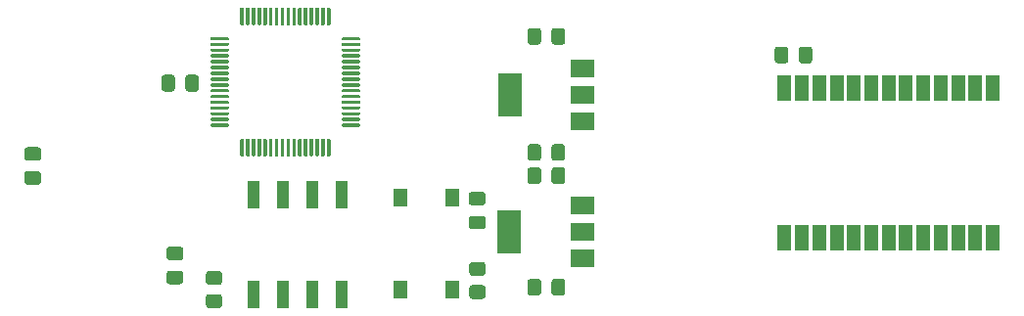
<source format=gbr>
G04 #@! TF.GenerationSoftware,KiCad,Pcbnew,5.1.9*
G04 #@! TF.CreationDate,2021-01-29T13:56:36+08:00*
G04 #@! TF.ProjectId,LaserSwitch-Slave,4c617365-7253-4776-9974-63682d536c61,rev?*
G04 #@! TF.SameCoordinates,Original*
G04 #@! TF.FileFunction,Paste,Top*
G04 #@! TF.FilePolarity,Positive*
%FSLAX46Y46*%
G04 Gerber Fmt 4.6, Leading zero omitted, Abs format (unit mm)*
G04 Created by KiCad (PCBNEW 5.1.9) date 2021-01-29 13:56:36*
%MOMM*%
%LPD*%
G01*
G04 APERTURE LIST*
%ADD10R,1.200000X2.200000*%
%ADD11R,2.000000X1.500000*%
%ADD12R,2.000000X3.800000*%
%ADD13R,1.120000X2.440000*%
%ADD14R,1.300000X1.550000*%
G04 APERTURE END LIST*
G04 #@! TO.C,C17*
G36*
G01*
X116070400Y-99774500D02*
X115120400Y-99774500D01*
G75*
G02*
X114870400Y-99524500I0J250000D01*
G01*
X114870400Y-98849500D01*
G75*
G02*
X115120400Y-98599500I250000J0D01*
G01*
X116070400Y-98599500D01*
G75*
G02*
X116320400Y-98849500I0J-250000D01*
G01*
X116320400Y-99524500D01*
G75*
G02*
X116070400Y-99774500I-250000J0D01*
G01*
G37*
G36*
G01*
X116070400Y-101849500D02*
X115120400Y-101849500D01*
G75*
G02*
X114870400Y-101599500I0J250000D01*
G01*
X114870400Y-100924500D01*
G75*
G02*
X115120400Y-100674500I250000J0D01*
G01*
X116070400Y-100674500D01*
G75*
G02*
X116320400Y-100924500I0J-250000D01*
G01*
X116320400Y-101599500D01*
G75*
G02*
X116070400Y-101849500I-250000J0D01*
G01*
G37*
G04 #@! TD*
G04 #@! TO.C,R5*
G36*
G01*
X130817199Y-111321800D02*
X131717201Y-111321800D01*
G75*
G02*
X131967200Y-111571799I0J-249999D01*
G01*
X131967200Y-112271801D01*
G75*
G02*
X131717201Y-112521800I-249999J0D01*
G01*
X130817199Y-112521800D01*
G75*
G02*
X130567200Y-112271801I0J249999D01*
G01*
X130567200Y-111571799D01*
G75*
G02*
X130817199Y-111321800I249999J0D01*
G01*
G37*
G36*
G01*
X130817199Y-109321800D02*
X131717201Y-109321800D01*
G75*
G02*
X131967200Y-109571799I0J-249999D01*
G01*
X131967200Y-110271801D01*
G75*
G02*
X131717201Y-110521800I-249999J0D01*
G01*
X130817199Y-110521800D01*
G75*
G02*
X130567200Y-110271801I0J249999D01*
G01*
X130567200Y-109571799D01*
G75*
G02*
X130817199Y-109321800I249999J0D01*
G01*
G37*
G04 #@! TD*
G04 #@! TO.C,U6*
G36*
G01*
X132464400Y-96864000D02*
X131064400Y-96864000D01*
G75*
G02*
X130989400Y-96789000I0J75000D01*
G01*
X130989400Y-96639000D01*
G75*
G02*
X131064400Y-96564000I75000J0D01*
G01*
X132464400Y-96564000D01*
G75*
G02*
X132539400Y-96639000I0J-75000D01*
G01*
X132539400Y-96789000D01*
G75*
G02*
X132464400Y-96864000I-75000J0D01*
G01*
G37*
G36*
G01*
X132464400Y-96364000D02*
X131064400Y-96364000D01*
G75*
G02*
X130989400Y-96289000I0J75000D01*
G01*
X130989400Y-96139000D01*
G75*
G02*
X131064400Y-96064000I75000J0D01*
G01*
X132464400Y-96064000D01*
G75*
G02*
X132539400Y-96139000I0J-75000D01*
G01*
X132539400Y-96289000D01*
G75*
G02*
X132464400Y-96364000I-75000J0D01*
G01*
G37*
G36*
G01*
X132464400Y-95864000D02*
X131064400Y-95864000D01*
G75*
G02*
X130989400Y-95789000I0J75000D01*
G01*
X130989400Y-95639000D01*
G75*
G02*
X131064400Y-95564000I75000J0D01*
G01*
X132464400Y-95564000D01*
G75*
G02*
X132539400Y-95639000I0J-75000D01*
G01*
X132539400Y-95789000D01*
G75*
G02*
X132464400Y-95864000I-75000J0D01*
G01*
G37*
G36*
G01*
X132464400Y-95364000D02*
X131064400Y-95364000D01*
G75*
G02*
X130989400Y-95289000I0J75000D01*
G01*
X130989400Y-95139000D01*
G75*
G02*
X131064400Y-95064000I75000J0D01*
G01*
X132464400Y-95064000D01*
G75*
G02*
X132539400Y-95139000I0J-75000D01*
G01*
X132539400Y-95289000D01*
G75*
G02*
X132464400Y-95364000I-75000J0D01*
G01*
G37*
G36*
G01*
X132464400Y-94864000D02*
X131064400Y-94864000D01*
G75*
G02*
X130989400Y-94789000I0J75000D01*
G01*
X130989400Y-94639000D01*
G75*
G02*
X131064400Y-94564000I75000J0D01*
G01*
X132464400Y-94564000D01*
G75*
G02*
X132539400Y-94639000I0J-75000D01*
G01*
X132539400Y-94789000D01*
G75*
G02*
X132464400Y-94864000I-75000J0D01*
G01*
G37*
G36*
G01*
X132464400Y-94364000D02*
X131064400Y-94364000D01*
G75*
G02*
X130989400Y-94289000I0J75000D01*
G01*
X130989400Y-94139000D01*
G75*
G02*
X131064400Y-94064000I75000J0D01*
G01*
X132464400Y-94064000D01*
G75*
G02*
X132539400Y-94139000I0J-75000D01*
G01*
X132539400Y-94289000D01*
G75*
G02*
X132464400Y-94364000I-75000J0D01*
G01*
G37*
G36*
G01*
X132464400Y-93864000D02*
X131064400Y-93864000D01*
G75*
G02*
X130989400Y-93789000I0J75000D01*
G01*
X130989400Y-93639000D01*
G75*
G02*
X131064400Y-93564000I75000J0D01*
G01*
X132464400Y-93564000D01*
G75*
G02*
X132539400Y-93639000I0J-75000D01*
G01*
X132539400Y-93789000D01*
G75*
G02*
X132464400Y-93864000I-75000J0D01*
G01*
G37*
G36*
G01*
X132464400Y-93364000D02*
X131064400Y-93364000D01*
G75*
G02*
X130989400Y-93289000I0J75000D01*
G01*
X130989400Y-93139000D01*
G75*
G02*
X131064400Y-93064000I75000J0D01*
G01*
X132464400Y-93064000D01*
G75*
G02*
X132539400Y-93139000I0J-75000D01*
G01*
X132539400Y-93289000D01*
G75*
G02*
X132464400Y-93364000I-75000J0D01*
G01*
G37*
G36*
G01*
X132464400Y-92864000D02*
X131064400Y-92864000D01*
G75*
G02*
X130989400Y-92789000I0J75000D01*
G01*
X130989400Y-92639000D01*
G75*
G02*
X131064400Y-92564000I75000J0D01*
G01*
X132464400Y-92564000D01*
G75*
G02*
X132539400Y-92639000I0J-75000D01*
G01*
X132539400Y-92789000D01*
G75*
G02*
X132464400Y-92864000I-75000J0D01*
G01*
G37*
G36*
G01*
X132464400Y-92364000D02*
X131064400Y-92364000D01*
G75*
G02*
X130989400Y-92289000I0J75000D01*
G01*
X130989400Y-92139000D01*
G75*
G02*
X131064400Y-92064000I75000J0D01*
G01*
X132464400Y-92064000D01*
G75*
G02*
X132539400Y-92139000I0J-75000D01*
G01*
X132539400Y-92289000D01*
G75*
G02*
X132464400Y-92364000I-75000J0D01*
G01*
G37*
G36*
G01*
X132464400Y-91864000D02*
X131064400Y-91864000D01*
G75*
G02*
X130989400Y-91789000I0J75000D01*
G01*
X130989400Y-91639000D01*
G75*
G02*
X131064400Y-91564000I75000J0D01*
G01*
X132464400Y-91564000D01*
G75*
G02*
X132539400Y-91639000I0J-75000D01*
G01*
X132539400Y-91789000D01*
G75*
G02*
X132464400Y-91864000I-75000J0D01*
G01*
G37*
G36*
G01*
X132464400Y-91364000D02*
X131064400Y-91364000D01*
G75*
G02*
X130989400Y-91289000I0J75000D01*
G01*
X130989400Y-91139000D01*
G75*
G02*
X131064400Y-91064000I75000J0D01*
G01*
X132464400Y-91064000D01*
G75*
G02*
X132539400Y-91139000I0J-75000D01*
G01*
X132539400Y-91289000D01*
G75*
G02*
X132464400Y-91364000I-75000J0D01*
G01*
G37*
G36*
G01*
X132464400Y-90864000D02*
X131064400Y-90864000D01*
G75*
G02*
X130989400Y-90789000I0J75000D01*
G01*
X130989400Y-90639000D01*
G75*
G02*
X131064400Y-90564000I75000J0D01*
G01*
X132464400Y-90564000D01*
G75*
G02*
X132539400Y-90639000I0J-75000D01*
G01*
X132539400Y-90789000D01*
G75*
G02*
X132464400Y-90864000I-75000J0D01*
G01*
G37*
G36*
G01*
X132464400Y-90364000D02*
X131064400Y-90364000D01*
G75*
G02*
X130989400Y-90289000I0J75000D01*
G01*
X130989400Y-90139000D01*
G75*
G02*
X131064400Y-90064000I75000J0D01*
G01*
X132464400Y-90064000D01*
G75*
G02*
X132539400Y-90139000I0J-75000D01*
G01*
X132539400Y-90289000D01*
G75*
G02*
X132464400Y-90364000I-75000J0D01*
G01*
G37*
G36*
G01*
X132464400Y-89864000D02*
X131064400Y-89864000D01*
G75*
G02*
X130989400Y-89789000I0J75000D01*
G01*
X130989400Y-89639000D01*
G75*
G02*
X131064400Y-89564000I75000J0D01*
G01*
X132464400Y-89564000D01*
G75*
G02*
X132539400Y-89639000I0J-75000D01*
G01*
X132539400Y-89789000D01*
G75*
G02*
X132464400Y-89864000I-75000J0D01*
G01*
G37*
G36*
G01*
X132464400Y-89364000D02*
X131064400Y-89364000D01*
G75*
G02*
X130989400Y-89289000I0J75000D01*
G01*
X130989400Y-89139000D01*
G75*
G02*
X131064400Y-89064000I75000J0D01*
G01*
X132464400Y-89064000D01*
G75*
G02*
X132539400Y-89139000I0J-75000D01*
G01*
X132539400Y-89289000D01*
G75*
G02*
X132464400Y-89364000I-75000J0D01*
G01*
G37*
G36*
G01*
X133764400Y-88064000D02*
X133614400Y-88064000D01*
G75*
G02*
X133539400Y-87989000I0J75000D01*
G01*
X133539400Y-86589000D01*
G75*
G02*
X133614400Y-86514000I75000J0D01*
G01*
X133764400Y-86514000D01*
G75*
G02*
X133839400Y-86589000I0J-75000D01*
G01*
X133839400Y-87989000D01*
G75*
G02*
X133764400Y-88064000I-75000J0D01*
G01*
G37*
G36*
G01*
X134264400Y-88064000D02*
X134114400Y-88064000D01*
G75*
G02*
X134039400Y-87989000I0J75000D01*
G01*
X134039400Y-86589000D01*
G75*
G02*
X134114400Y-86514000I75000J0D01*
G01*
X134264400Y-86514000D01*
G75*
G02*
X134339400Y-86589000I0J-75000D01*
G01*
X134339400Y-87989000D01*
G75*
G02*
X134264400Y-88064000I-75000J0D01*
G01*
G37*
G36*
G01*
X134764400Y-88064000D02*
X134614400Y-88064000D01*
G75*
G02*
X134539400Y-87989000I0J75000D01*
G01*
X134539400Y-86589000D01*
G75*
G02*
X134614400Y-86514000I75000J0D01*
G01*
X134764400Y-86514000D01*
G75*
G02*
X134839400Y-86589000I0J-75000D01*
G01*
X134839400Y-87989000D01*
G75*
G02*
X134764400Y-88064000I-75000J0D01*
G01*
G37*
G36*
G01*
X135264400Y-88064000D02*
X135114400Y-88064000D01*
G75*
G02*
X135039400Y-87989000I0J75000D01*
G01*
X135039400Y-86589000D01*
G75*
G02*
X135114400Y-86514000I75000J0D01*
G01*
X135264400Y-86514000D01*
G75*
G02*
X135339400Y-86589000I0J-75000D01*
G01*
X135339400Y-87989000D01*
G75*
G02*
X135264400Y-88064000I-75000J0D01*
G01*
G37*
G36*
G01*
X135764400Y-88064000D02*
X135614400Y-88064000D01*
G75*
G02*
X135539400Y-87989000I0J75000D01*
G01*
X135539400Y-86589000D01*
G75*
G02*
X135614400Y-86514000I75000J0D01*
G01*
X135764400Y-86514000D01*
G75*
G02*
X135839400Y-86589000I0J-75000D01*
G01*
X135839400Y-87989000D01*
G75*
G02*
X135764400Y-88064000I-75000J0D01*
G01*
G37*
G36*
G01*
X136264400Y-88064000D02*
X136114400Y-88064000D01*
G75*
G02*
X136039400Y-87989000I0J75000D01*
G01*
X136039400Y-86589000D01*
G75*
G02*
X136114400Y-86514000I75000J0D01*
G01*
X136264400Y-86514000D01*
G75*
G02*
X136339400Y-86589000I0J-75000D01*
G01*
X136339400Y-87989000D01*
G75*
G02*
X136264400Y-88064000I-75000J0D01*
G01*
G37*
G36*
G01*
X136764400Y-88064000D02*
X136614400Y-88064000D01*
G75*
G02*
X136539400Y-87989000I0J75000D01*
G01*
X136539400Y-86589000D01*
G75*
G02*
X136614400Y-86514000I75000J0D01*
G01*
X136764400Y-86514000D01*
G75*
G02*
X136839400Y-86589000I0J-75000D01*
G01*
X136839400Y-87989000D01*
G75*
G02*
X136764400Y-88064000I-75000J0D01*
G01*
G37*
G36*
G01*
X137264400Y-88064000D02*
X137114400Y-88064000D01*
G75*
G02*
X137039400Y-87989000I0J75000D01*
G01*
X137039400Y-86589000D01*
G75*
G02*
X137114400Y-86514000I75000J0D01*
G01*
X137264400Y-86514000D01*
G75*
G02*
X137339400Y-86589000I0J-75000D01*
G01*
X137339400Y-87989000D01*
G75*
G02*
X137264400Y-88064000I-75000J0D01*
G01*
G37*
G36*
G01*
X137764400Y-88064000D02*
X137614400Y-88064000D01*
G75*
G02*
X137539400Y-87989000I0J75000D01*
G01*
X137539400Y-86589000D01*
G75*
G02*
X137614400Y-86514000I75000J0D01*
G01*
X137764400Y-86514000D01*
G75*
G02*
X137839400Y-86589000I0J-75000D01*
G01*
X137839400Y-87989000D01*
G75*
G02*
X137764400Y-88064000I-75000J0D01*
G01*
G37*
G36*
G01*
X138264400Y-88064000D02*
X138114400Y-88064000D01*
G75*
G02*
X138039400Y-87989000I0J75000D01*
G01*
X138039400Y-86589000D01*
G75*
G02*
X138114400Y-86514000I75000J0D01*
G01*
X138264400Y-86514000D01*
G75*
G02*
X138339400Y-86589000I0J-75000D01*
G01*
X138339400Y-87989000D01*
G75*
G02*
X138264400Y-88064000I-75000J0D01*
G01*
G37*
G36*
G01*
X138764400Y-88064000D02*
X138614400Y-88064000D01*
G75*
G02*
X138539400Y-87989000I0J75000D01*
G01*
X138539400Y-86589000D01*
G75*
G02*
X138614400Y-86514000I75000J0D01*
G01*
X138764400Y-86514000D01*
G75*
G02*
X138839400Y-86589000I0J-75000D01*
G01*
X138839400Y-87989000D01*
G75*
G02*
X138764400Y-88064000I-75000J0D01*
G01*
G37*
G36*
G01*
X139264400Y-88064000D02*
X139114400Y-88064000D01*
G75*
G02*
X139039400Y-87989000I0J75000D01*
G01*
X139039400Y-86589000D01*
G75*
G02*
X139114400Y-86514000I75000J0D01*
G01*
X139264400Y-86514000D01*
G75*
G02*
X139339400Y-86589000I0J-75000D01*
G01*
X139339400Y-87989000D01*
G75*
G02*
X139264400Y-88064000I-75000J0D01*
G01*
G37*
G36*
G01*
X139764400Y-88064000D02*
X139614400Y-88064000D01*
G75*
G02*
X139539400Y-87989000I0J75000D01*
G01*
X139539400Y-86589000D01*
G75*
G02*
X139614400Y-86514000I75000J0D01*
G01*
X139764400Y-86514000D01*
G75*
G02*
X139839400Y-86589000I0J-75000D01*
G01*
X139839400Y-87989000D01*
G75*
G02*
X139764400Y-88064000I-75000J0D01*
G01*
G37*
G36*
G01*
X140264400Y-88064000D02*
X140114400Y-88064000D01*
G75*
G02*
X140039400Y-87989000I0J75000D01*
G01*
X140039400Y-86589000D01*
G75*
G02*
X140114400Y-86514000I75000J0D01*
G01*
X140264400Y-86514000D01*
G75*
G02*
X140339400Y-86589000I0J-75000D01*
G01*
X140339400Y-87989000D01*
G75*
G02*
X140264400Y-88064000I-75000J0D01*
G01*
G37*
G36*
G01*
X140764400Y-88064000D02*
X140614400Y-88064000D01*
G75*
G02*
X140539400Y-87989000I0J75000D01*
G01*
X140539400Y-86589000D01*
G75*
G02*
X140614400Y-86514000I75000J0D01*
G01*
X140764400Y-86514000D01*
G75*
G02*
X140839400Y-86589000I0J-75000D01*
G01*
X140839400Y-87989000D01*
G75*
G02*
X140764400Y-88064000I-75000J0D01*
G01*
G37*
G36*
G01*
X141264400Y-88064000D02*
X141114400Y-88064000D01*
G75*
G02*
X141039400Y-87989000I0J75000D01*
G01*
X141039400Y-86589000D01*
G75*
G02*
X141114400Y-86514000I75000J0D01*
G01*
X141264400Y-86514000D01*
G75*
G02*
X141339400Y-86589000I0J-75000D01*
G01*
X141339400Y-87989000D01*
G75*
G02*
X141264400Y-88064000I-75000J0D01*
G01*
G37*
G36*
G01*
X143814400Y-89364000D02*
X142414400Y-89364000D01*
G75*
G02*
X142339400Y-89289000I0J75000D01*
G01*
X142339400Y-89139000D01*
G75*
G02*
X142414400Y-89064000I75000J0D01*
G01*
X143814400Y-89064000D01*
G75*
G02*
X143889400Y-89139000I0J-75000D01*
G01*
X143889400Y-89289000D01*
G75*
G02*
X143814400Y-89364000I-75000J0D01*
G01*
G37*
G36*
G01*
X143814400Y-89864000D02*
X142414400Y-89864000D01*
G75*
G02*
X142339400Y-89789000I0J75000D01*
G01*
X142339400Y-89639000D01*
G75*
G02*
X142414400Y-89564000I75000J0D01*
G01*
X143814400Y-89564000D01*
G75*
G02*
X143889400Y-89639000I0J-75000D01*
G01*
X143889400Y-89789000D01*
G75*
G02*
X143814400Y-89864000I-75000J0D01*
G01*
G37*
G36*
G01*
X143814400Y-90364000D02*
X142414400Y-90364000D01*
G75*
G02*
X142339400Y-90289000I0J75000D01*
G01*
X142339400Y-90139000D01*
G75*
G02*
X142414400Y-90064000I75000J0D01*
G01*
X143814400Y-90064000D01*
G75*
G02*
X143889400Y-90139000I0J-75000D01*
G01*
X143889400Y-90289000D01*
G75*
G02*
X143814400Y-90364000I-75000J0D01*
G01*
G37*
G36*
G01*
X143814400Y-90864000D02*
X142414400Y-90864000D01*
G75*
G02*
X142339400Y-90789000I0J75000D01*
G01*
X142339400Y-90639000D01*
G75*
G02*
X142414400Y-90564000I75000J0D01*
G01*
X143814400Y-90564000D01*
G75*
G02*
X143889400Y-90639000I0J-75000D01*
G01*
X143889400Y-90789000D01*
G75*
G02*
X143814400Y-90864000I-75000J0D01*
G01*
G37*
G36*
G01*
X143814400Y-91364000D02*
X142414400Y-91364000D01*
G75*
G02*
X142339400Y-91289000I0J75000D01*
G01*
X142339400Y-91139000D01*
G75*
G02*
X142414400Y-91064000I75000J0D01*
G01*
X143814400Y-91064000D01*
G75*
G02*
X143889400Y-91139000I0J-75000D01*
G01*
X143889400Y-91289000D01*
G75*
G02*
X143814400Y-91364000I-75000J0D01*
G01*
G37*
G36*
G01*
X143814400Y-91864000D02*
X142414400Y-91864000D01*
G75*
G02*
X142339400Y-91789000I0J75000D01*
G01*
X142339400Y-91639000D01*
G75*
G02*
X142414400Y-91564000I75000J0D01*
G01*
X143814400Y-91564000D01*
G75*
G02*
X143889400Y-91639000I0J-75000D01*
G01*
X143889400Y-91789000D01*
G75*
G02*
X143814400Y-91864000I-75000J0D01*
G01*
G37*
G36*
G01*
X143814400Y-92364000D02*
X142414400Y-92364000D01*
G75*
G02*
X142339400Y-92289000I0J75000D01*
G01*
X142339400Y-92139000D01*
G75*
G02*
X142414400Y-92064000I75000J0D01*
G01*
X143814400Y-92064000D01*
G75*
G02*
X143889400Y-92139000I0J-75000D01*
G01*
X143889400Y-92289000D01*
G75*
G02*
X143814400Y-92364000I-75000J0D01*
G01*
G37*
G36*
G01*
X143814400Y-92864000D02*
X142414400Y-92864000D01*
G75*
G02*
X142339400Y-92789000I0J75000D01*
G01*
X142339400Y-92639000D01*
G75*
G02*
X142414400Y-92564000I75000J0D01*
G01*
X143814400Y-92564000D01*
G75*
G02*
X143889400Y-92639000I0J-75000D01*
G01*
X143889400Y-92789000D01*
G75*
G02*
X143814400Y-92864000I-75000J0D01*
G01*
G37*
G36*
G01*
X143814400Y-93364000D02*
X142414400Y-93364000D01*
G75*
G02*
X142339400Y-93289000I0J75000D01*
G01*
X142339400Y-93139000D01*
G75*
G02*
X142414400Y-93064000I75000J0D01*
G01*
X143814400Y-93064000D01*
G75*
G02*
X143889400Y-93139000I0J-75000D01*
G01*
X143889400Y-93289000D01*
G75*
G02*
X143814400Y-93364000I-75000J0D01*
G01*
G37*
G36*
G01*
X143814400Y-93864000D02*
X142414400Y-93864000D01*
G75*
G02*
X142339400Y-93789000I0J75000D01*
G01*
X142339400Y-93639000D01*
G75*
G02*
X142414400Y-93564000I75000J0D01*
G01*
X143814400Y-93564000D01*
G75*
G02*
X143889400Y-93639000I0J-75000D01*
G01*
X143889400Y-93789000D01*
G75*
G02*
X143814400Y-93864000I-75000J0D01*
G01*
G37*
G36*
G01*
X143814400Y-94364000D02*
X142414400Y-94364000D01*
G75*
G02*
X142339400Y-94289000I0J75000D01*
G01*
X142339400Y-94139000D01*
G75*
G02*
X142414400Y-94064000I75000J0D01*
G01*
X143814400Y-94064000D01*
G75*
G02*
X143889400Y-94139000I0J-75000D01*
G01*
X143889400Y-94289000D01*
G75*
G02*
X143814400Y-94364000I-75000J0D01*
G01*
G37*
G36*
G01*
X143814400Y-94864000D02*
X142414400Y-94864000D01*
G75*
G02*
X142339400Y-94789000I0J75000D01*
G01*
X142339400Y-94639000D01*
G75*
G02*
X142414400Y-94564000I75000J0D01*
G01*
X143814400Y-94564000D01*
G75*
G02*
X143889400Y-94639000I0J-75000D01*
G01*
X143889400Y-94789000D01*
G75*
G02*
X143814400Y-94864000I-75000J0D01*
G01*
G37*
G36*
G01*
X143814400Y-95364000D02*
X142414400Y-95364000D01*
G75*
G02*
X142339400Y-95289000I0J75000D01*
G01*
X142339400Y-95139000D01*
G75*
G02*
X142414400Y-95064000I75000J0D01*
G01*
X143814400Y-95064000D01*
G75*
G02*
X143889400Y-95139000I0J-75000D01*
G01*
X143889400Y-95289000D01*
G75*
G02*
X143814400Y-95364000I-75000J0D01*
G01*
G37*
G36*
G01*
X143814400Y-95864000D02*
X142414400Y-95864000D01*
G75*
G02*
X142339400Y-95789000I0J75000D01*
G01*
X142339400Y-95639000D01*
G75*
G02*
X142414400Y-95564000I75000J0D01*
G01*
X143814400Y-95564000D01*
G75*
G02*
X143889400Y-95639000I0J-75000D01*
G01*
X143889400Y-95789000D01*
G75*
G02*
X143814400Y-95864000I-75000J0D01*
G01*
G37*
G36*
G01*
X143814400Y-96364000D02*
X142414400Y-96364000D01*
G75*
G02*
X142339400Y-96289000I0J75000D01*
G01*
X142339400Y-96139000D01*
G75*
G02*
X142414400Y-96064000I75000J0D01*
G01*
X143814400Y-96064000D01*
G75*
G02*
X143889400Y-96139000I0J-75000D01*
G01*
X143889400Y-96289000D01*
G75*
G02*
X143814400Y-96364000I-75000J0D01*
G01*
G37*
G36*
G01*
X143814400Y-96864000D02*
X142414400Y-96864000D01*
G75*
G02*
X142339400Y-96789000I0J75000D01*
G01*
X142339400Y-96639000D01*
G75*
G02*
X142414400Y-96564000I75000J0D01*
G01*
X143814400Y-96564000D01*
G75*
G02*
X143889400Y-96639000I0J-75000D01*
G01*
X143889400Y-96789000D01*
G75*
G02*
X143814400Y-96864000I-75000J0D01*
G01*
G37*
G36*
G01*
X141264400Y-99414000D02*
X141114400Y-99414000D01*
G75*
G02*
X141039400Y-99339000I0J75000D01*
G01*
X141039400Y-97939000D01*
G75*
G02*
X141114400Y-97864000I75000J0D01*
G01*
X141264400Y-97864000D01*
G75*
G02*
X141339400Y-97939000I0J-75000D01*
G01*
X141339400Y-99339000D01*
G75*
G02*
X141264400Y-99414000I-75000J0D01*
G01*
G37*
G36*
G01*
X140764400Y-99414000D02*
X140614400Y-99414000D01*
G75*
G02*
X140539400Y-99339000I0J75000D01*
G01*
X140539400Y-97939000D01*
G75*
G02*
X140614400Y-97864000I75000J0D01*
G01*
X140764400Y-97864000D01*
G75*
G02*
X140839400Y-97939000I0J-75000D01*
G01*
X140839400Y-99339000D01*
G75*
G02*
X140764400Y-99414000I-75000J0D01*
G01*
G37*
G36*
G01*
X140264400Y-99414000D02*
X140114400Y-99414000D01*
G75*
G02*
X140039400Y-99339000I0J75000D01*
G01*
X140039400Y-97939000D01*
G75*
G02*
X140114400Y-97864000I75000J0D01*
G01*
X140264400Y-97864000D01*
G75*
G02*
X140339400Y-97939000I0J-75000D01*
G01*
X140339400Y-99339000D01*
G75*
G02*
X140264400Y-99414000I-75000J0D01*
G01*
G37*
G36*
G01*
X139764400Y-99414000D02*
X139614400Y-99414000D01*
G75*
G02*
X139539400Y-99339000I0J75000D01*
G01*
X139539400Y-97939000D01*
G75*
G02*
X139614400Y-97864000I75000J0D01*
G01*
X139764400Y-97864000D01*
G75*
G02*
X139839400Y-97939000I0J-75000D01*
G01*
X139839400Y-99339000D01*
G75*
G02*
X139764400Y-99414000I-75000J0D01*
G01*
G37*
G36*
G01*
X139264400Y-99414000D02*
X139114400Y-99414000D01*
G75*
G02*
X139039400Y-99339000I0J75000D01*
G01*
X139039400Y-97939000D01*
G75*
G02*
X139114400Y-97864000I75000J0D01*
G01*
X139264400Y-97864000D01*
G75*
G02*
X139339400Y-97939000I0J-75000D01*
G01*
X139339400Y-99339000D01*
G75*
G02*
X139264400Y-99414000I-75000J0D01*
G01*
G37*
G36*
G01*
X138764400Y-99414000D02*
X138614400Y-99414000D01*
G75*
G02*
X138539400Y-99339000I0J75000D01*
G01*
X138539400Y-97939000D01*
G75*
G02*
X138614400Y-97864000I75000J0D01*
G01*
X138764400Y-97864000D01*
G75*
G02*
X138839400Y-97939000I0J-75000D01*
G01*
X138839400Y-99339000D01*
G75*
G02*
X138764400Y-99414000I-75000J0D01*
G01*
G37*
G36*
G01*
X138264400Y-99414000D02*
X138114400Y-99414000D01*
G75*
G02*
X138039400Y-99339000I0J75000D01*
G01*
X138039400Y-97939000D01*
G75*
G02*
X138114400Y-97864000I75000J0D01*
G01*
X138264400Y-97864000D01*
G75*
G02*
X138339400Y-97939000I0J-75000D01*
G01*
X138339400Y-99339000D01*
G75*
G02*
X138264400Y-99414000I-75000J0D01*
G01*
G37*
G36*
G01*
X137764400Y-99414000D02*
X137614400Y-99414000D01*
G75*
G02*
X137539400Y-99339000I0J75000D01*
G01*
X137539400Y-97939000D01*
G75*
G02*
X137614400Y-97864000I75000J0D01*
G01*
X137764400Y-97864000D01*
G75*
G02*
X137839400Y-97939000I0J-75000D01*
G01*
X137839400Y-99339000D01*
G75*
G02*
X137764400Y-99414000I-75000J0D01*
G01*
G37*
G36*
G01*
X137264400Y-99414000D02*
X137114400Y-99414000D01*
G75*
G02*
X137039400Y-99339000I0J75000D01*
G01*
X137039400Y-97939000D01*
G75*
G02*
X137114400Y-97864000I75000J0D01*
G01*
X137264400Y-97864000D01*
G75*
G02*
X137339400Y-97939000I0J-75000D01*
G01*
X137339400Y-99339000D01*
G75*
G02*
X137264400Y-99414000I-75000J0D01*
G01*
G37*
G36*
G01*
X136764400Y-99414000D02*
X136614400Y-99414000D01*
G75*
G02*
X136539400Y-99339000I0J75000D01*
G01*
X136539400Y-97939000D01*
G75*
G02*
X136614400Y-97864000I75000J0D01*
G01*
X136764400Y-97864000D01*
G75*
G02*
X136839400Y-97939000I0J-75000D01*
G01*
X136839400Y-99339000D01*
G75*
G02*
X136764400Y-99414000I-75000J0D01*
G01*
G37*
G36*
G01*
X136264400Y-99414000D02*
X136114400Y-99414000D01*
G75*
G02*
X136039400Y-99339000I0J75000D01*
G01*
X136039400Y-97939000D01*
G75*
G02*
X136114400Y-97864000I75000J0D01*
G01*
X136264400Y-97864000D01*
G75*
G02*
X136339400Y-97939000I0J-75000D01*
G01*
X136339400Y-99339000D01*
G75*
G02*
X136264400Y-99414000I-75000J0D01*
G01*
G37*
G36*
G01*
X135764400Y-99414000D02*
X135614400Y-99414000D01*
G75*
G02*
X135539400Y-99339000I0J75000D01*
G01*
X135539400Y-97939000D01*
G75*
G02*
X135614400Y-97864000I75000J0D01*
G01*
X135764400Y-97864000D01*
G75*
G02*
X135839400Y-97939000I0J-75000D01*
G01*
X135839400Y-99339000D01*
G75*
G02*
X135764400Y-99414000I-75000J0D01*
G01*
G37*
G36*
G01*
X135264400Y-99414000D02*
X135114400Y-99414000D01*
G75*
G02*
X135039400Y-99339000I0J75000D01*
G01*
X135039400Y-97939000D01*
G75*
G02*
X135114400Y-97864000I75000J0D01*
G01*
X135264400Y-97864000D01*
G75*
G02*
X135339400Y-97939000I0J-75000D01*
G01*
X135339400Y-99339000D01*
G75*
G02*
X135264400Y-99414000I-75000J0D01*
G01*
G37*
G36*
G01*
X134764400Y-99414000D02*
X134614400Y-99414000D01*
G75*
G02*
X134539400Y-99339000I0J75000D01*
G01*
X134539400Y-97939000D01*
G75*
G02*
X134614400Y-97864000I75000J0D01*
G01*
X134764400Y-97864000D01*
G75*
G02*
X134839400Y-97939000I0J-75000D01*
G01*
X134839400Y-99339000D01*
G75*
G02*
X134764400Y-99414000I-75000J0D01*
G01*
G37*
G36*
G01*
X134264400Y-99414000D02*
X134114400Y-99414000D01*
G75*
G02*
X134039400Y-99339000I0J75000D01*
G01*
X134039400Y-97939000D01*
G75*
G02*
X134114400Y-97864000I75000J0D01*
G01*
X134264400Y-97864000D01*
G75*
G02*
X134339400Y-97939000I0J-75000D01*
G01*
X134339400Y-99339000D01*
G75*
G02*
X134264400Y-99414000I-75000J0D01*
G01*
G37*
G36*
G01*
X133764400Y-99414000D02*
X133614400Y-99414000D01*
G75*
G02*
X133539400Y-99339000I0J75000D01*
G01*
X133539400Y-97939000D01*
G75*
G02*
X133614400Y-97864000I75000J0D01*
G01*
X133764400Y-97864000D01*
G75*
G02*
X133839400Y-97939000I0J-75000D01*
G01*
X133839400Y-99339000D01*
G75*
G02*
X133764400Y-99414000I-75000J0D01*
G01*
G37*
G04 #@! TD*
D10*
G04 #@! TO.C,U5*
X180611000Y-93461700D03*
X180611000Y-106461700D03*
X182111000Y-93461700D03*
X182111000Y-106461700D03*
X183611000Y-93461700D03*
X183611000Y-106461700D03*
X185111000Y-93461700D03*
X185111000Y-106461700D03*
X186611000Y-93461700D03*
X186611000Y-106461700D03*
X188111000Y-93461700D03*
X188111000Y-106461700D03*
X189611000Y-93461700D03*
X189611000Y-106461700D03*
X191111000Y-93461700D03*
X191111000Y-106461700D03*
X192611000Y-93461700D03*
X192611000Y-106461700D03*
X194111000Y-93461700D03*
X194111000Y-106461700D03*
X195611000Y-93461700D03*
X195611000Y-106461700D03*
X197111000Y-93461700D03*
X197111000Y-106461700D03*
X198611000Y-93461700D03*
X198611000Y-106461700D03*
G04 #@! TD*
D11*
G04 #@! TO.C,U3*
X163106500Y-108218000D03*
X163106500Y-103618000D03*
X163106500Y-105918000D03*
D12*
X156806500Y-105918000D03*
G04 #@! TD*
D11*
G04 #@! TO.C,U1*
X163157300Y-96368900D03*
X163157300Y-91768900D03*
X163157300Y-94068900D03*
D12*
X156857300Y-94068900D03*
G04 #@! TD*
D13*
G04 #@! TO.C,SW2*
X134696200Y-102730600D03*
X142316200Y-111340600D03*
X137236200Y-102730600D03*
X139776200Y-111340600D03*
X139776200Y-102730600D03*
X137236200Y-111340600D03*
X142316200Y-102730600D03*
X134696200Y-111340600D03*
G04 #@! TD*
D14*
G04 #@! TO.C,SW1*
X151856000Y-102979400D03*
X147356000Y-102979400D03*
X147356000Y-110939400D03*
X151856000Y-110939400D03*
G04 #@! TD*
G04 #@! TO.C,R2*
G36*
G01*
X154501001Y-109734400D02*
X153600999Y-109734400D01*
G75*
G02*
X153351000Y-109484401I0J249999D01*
G01*
X153351000Y-108784399D01*
G75*
G02*
X153600999Y-108534400I249999J0D01*
G01*
X154501001Y-108534400D01*
G75*
G02*
X154751000Y-108784399I0J-249999D01*
G01*
X154751000Y-109484401D01*
G75*
G02*
X154501001Y-109734400I-249999J0D01*
G01*
G37*
G36*
G01*
X154501001Y-111734400D02*
X153600999Y-111734400D01*
G75*
G02*
X153351000Y-111484401I0J249999D01*
G01*
X153351000Y-110784399D01*
G75*
G02*
X153600999Y-110534400I249999J0D01*
G01*
X154501001Y-110534400D01*
G75*
G02*
X154751000Y-110784399I0J-249999D01*
G01*
X154751000Y-111484401D01*
G75*
G02*
X154501001Y-111734400I-249999J0D01*
G01*
G37*
G04 #@! TD*
G04 #@! TO.C,C10*
G36*
G01*
X127414000Y-109289000D02*
X128364000Y-109289000D01*
G75*
G02*
X128614000Y-109539000I0J-250000D01*
G01*
X128614000Y-110214000D01*
G75*
G02*
X128364000Y-110464000I-250000J0D01*
G01*
X127414000Y-110464000D01*
G75*
G02*
X127164000Y-110214000I0J250000D01*
G01*
X127164000Y-109539000D01*
G75*
G02*
X127414000Y-109289000I250000J0D01*
G01*
G37*
G36*
G01*
X127414000Y-107214000D02*
X128364000Y-107214000D01*
G75*
G02*
X128614000Y-107464000I0J-250000D01*
G01*
X128614000Y-108139000D01*
G75*
G02*
X128364000Y-108389000I-250000J0D01*
G01*
X127414000Y-108389000D01*
G75*
G02*
X127164000Y-108139000I0J250000D01*
G01*
X127164000Y-107464000D01*
G75*
G02*
X127414000Y-107214000I250000J0D01*
G01*
G37*
G04 #@! TD*
G04 #@! TO.C,C9*
G36*
G01*
X128796200Y-93540600D02*
X128796200Y-92590600D01*
G75*
G02*
X129046200Y-92340600I250000J0D01*
G01*
X129721200Y-92340600D01*
G75*
G02*
X129971200Y-92590600I0J-250000D01*
G01*
X129971200Y-93540600D01*
G75*
G02*
X129721200Y-93790600I-250000J0D01*
G01*
X129046200Y-93790600D01*
G75*
G02*
X128796200Y-93540600I0J250000D01*
G01*
G37*
G36*
G01*
X126721200Y-93540600D02*
X126721200Y-92590600D01*
G75*
G02*
X126971200Y-92340600I250000J0D01*
G01*
X127646200Y-92340600D01*
G75*
G02*
X127896200Y-92590600I0J-250000D01*
G01*
X127896200Y-93540600D01*
G75*
G02*
X127646200Y-93790600I-250000J0D01*
G01*
X126971200Y-93790600D01*
G75*
G02*
X126721200Y-93540600I0J250000D01*
G01*
G37*
G04 #@! TD*
G04 #@! TO.C,C8*
G36*
G01*
X154500600Y-103639200D02*
X153550600Y-103639200D01*
G75*
G02*
X153300600Y-103389200I0J250000D01*
G01*
X153300600Y-102714200D01*
G75*
G02*
X153550600Y-102464200I250000J0D01*
G01*
X154500600Y-102464200D01*
G75*
G02*
X154750600Y-102714200I0J-250000D01*
G01*
X154750600Y-103389200D01*
G75*
G02*
X154500600Y-103639200I-250000J0D01*
G01*
G37*
G36*
G01*
X154500600Y-105714200D02*
X153550600Y-105714200D01*
G75*
G02*
X153300600Y-105464200I0J250000D01*
G01*
X153300600Y-104789200D01*
G75*
G02*
X153550600Y-104539200I250000J0D01*
G01*
X154500600Y-104539200D01*
G75*
G02*
X154750600Y-104789200I0J-250000D01*
G01*
X154750600Y-105464200D01*
G75*
G02*
X154500600Y-105714200I-250000J0D01*
G01*
G37*
G04 #@! TD*
G04 #@! TO.C,C6*
G36*
G01*
X181835300Y-91102200D02*
X181835300Y-90152200D01*
G75*
G02*
X182085300Y-89902200I250000J0D01*
G01*
X182760300Y-89902200D01*
G75*
G02*
X183010300Y-90152200I0J-250000D01*
G01*
X183010300Y-91102200D01*
G75*
G02*
X182760300Y-91352200I-250000J0D01*
G01*
X182085300Y-91352200D01*
G75*
G02*
X181835300Y-91102200I0J250000D01*
G01*
G37*
G36*
G01*
X179760300Y-91102200D02*
X179760300Y-90152200D01*
G75*
G02*
X180010300Y-89902200I250000J0D01*
G01*
X180685300Y-89902200D01*
G75*
G02*
X180935300Y-90152200I0J-250000D01*
G01*
X180935300Y-91102200D01*
G75*
G02*
X180685300Y-91352200I-250000J0D01*
G01*
X180010300Y-91352200D01*
G75*
G02*
X179760300Y-91102200I0J250000D01*
G01*
G37*
G04 #@! TD*
G04 #@! TO.C,C5*
G36*
G01*
X159557300Y-110243600D02*
X159557300Y-111193600D01*
G75*
G02*
X159307300Y-111443600I-250000J0D01*
G01*
X158632300Y-111443600D01*
G75*
G02*
X158382300Y-111193600I0J250000D01*
G01*
X158382300Y-110243600D01*
G75*
G02*
X158632300Y-109993600I250000J0D01*
G01*
X159307300Y-109993600D01*
G75*
G02*
X159557300Y-110243600I0J-250000D01*
G01*
G37*
G36*
G01*
X161632300Y-110243600D02*
X161632300Y-111193600D01*
G75*
G02*
X161382300Y-111443600I-250000J0D01*
G01*
X160707300Y-111443600D01*
G75*
G02*
X160457300Y-111193600I0J250000D01*
G01*
X160457300Y-110243600D01*
G75*
G02*
X160707300Y-109993600I250000J0D01*
G01*
X161382300Y-109993600D01*
G75*
G02*
X161632300Y-110243600I0J-250000D01*
G01*
G37*
G04 #@! TD*
G04 #@! TO.C,C4*
G36*
G01*
X159557300Y-100591600D02*
X159557300Y-101541600D01*
G75*
G02*
X159307300Y-101791600I-250000J0D01*
G01*
X158632300Y-101791600D01*
G75*
G02*
X158382300Y-101541600I0J250000D01*
G01*
X158382300Y-100591600D01*
G75*
G02*
X158632300Y-100341600I250000J0D01*
G01*
X159307300Y-100341600D01*
G75*
G02*
X159557300Y-100591600I0J-250000D01*
G01*
G37*
G36*
G01*
X161632300Y-100591600D02*
X161632300Y-101541600D01*
G75*
G02*
X161382300Y-101791600I-250000J0D01*
G01*
X160707300Y-101791600D01*
G75*
G02*
X160457300Y-101541600I0J250000D01*
G01*
X160457300Y-100591600D01*
G75*
G02*
X160707300Y-100341600I250000J0D01*
G01*
X161382300Y-100341600D01*
G75*
G02*
X161632300Y-100591600I0J-250000D01*
G01*
G37*
G04 #@! TD*
G04 #@! TO.C,C3*
G36*
G01*
X159557300Y-98585000D02*
X159557300Y-99535000D01*
G75*
G02*
X159307300Y-99785000I-250000J0D01*
G01*
X158632300Y-99785000D01*
G75*
G02*
X158382300Y-99535000I0J250000D01*
G01*
X158382300Y-98585000D01*
G75*
G02*
X158632300Y-98335000I250000J0D01*
G01*
X159307300Y-98335000D01*
G75*
G02*
X159557300Y-98585000I0J-250000D01*
G01*
G37*
G36*
G01*
X161632300Y-98585000D02*
X161632300Y-99535000D01*
G75*
G02*
X161382300Y-99785000I-250000J0D01*
G01*
X160707300Y-99785000D01*
G75*
G02*
X160457300Y-99535000I0J250000D01*
G01*
X160457300Y-98585000D01*
G75*
G02*
X160707300Y-98335000I250000J0D01*
G01*
X161382300Y-98335000D01*
G75*
G02*
X161632300Y-98585000I0J-250000D01*
G01*
G37*
G04 #@! TD*
G04 #@! TO.C,C1*
G36*
G01*
X159557300Y-88539300D02*
X159557300Y-89489300D01*
G75*
G02*
X159307300Y-89739300I-250000J0D01*
G01*
X158632300Y-89739300D01*
G75*
G02*
X158382300Y-89489300I0J250000D01*
G01*
X158382300Y-88539300D01*
G75*
G02*
X158632300Y-88289300I250000J0D01*
G01*
X159307300Y-88289300D01*
G75*
G02*
X159557300Y-88539300I0J-250000D01*
G01*
G37*
G36*
G01*
X161632300Y-88539300D02*
X161632300Y-89489300D01*
G75*
G02*
X161382300Y-89739300I-250000J0D01*
G01*
X160707300Y-89739300D01*
G75*
G02*
X160457300Y-89489300I0J250000D01*
G01*
X160457300Y-88539300D01*
G75*
G02*
X160707300Y-88289300I250000J0D01*
G01*
X161382300Y-88289300D01*
G75*
G02*
X161632300Y-88539300I0J-250000D01*
G01*
G37*
G04 #@! TD*
M02*

</source>
